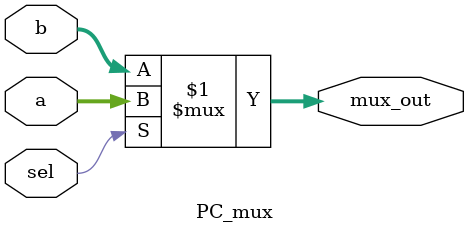
<source format=v>
`timescale 1ns / 1ps
module PC_mux(a, b, sel, mux_out);

     input     [15:0]    a,b;
     input               sel;
     
     output    [15:0]    mux_out;
     
     assign mux_out = sel ? a : b;
endmodule

</source>
